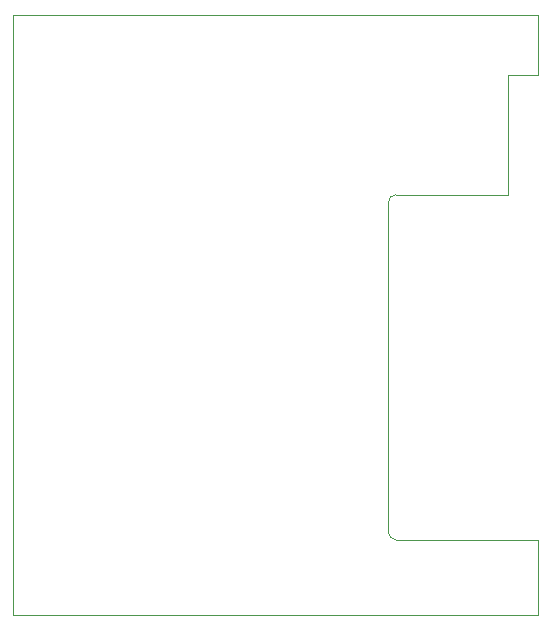
<source format=gbr>
G04 #@! TF.GenerationSoftware,KiCad,Pcbnew,(5.1.4)-1*
G04 #@! TF.CreationDate,2021-05-25T15:00:13+02:00*
G04 #@! TF.ProjectId,BCU_Breadboard_Adapter,4243555f-4272-4656-9164-626f6172645f,V00.01*
G04 #@! TF.SameCoordinates,Original*
G04 #@! TF.FileFunction,Profile,NP*
%FSLAX46Y46*%
G04 Gerber Fmt 4.6, Leading zero omitted, Abs format (unit mm)*
G04 Created by KiCad (PCBNEW (5.1.4)-1) date 2021-05-25 15:00:13*
%MOMM*%
%LPD*%
G04 APERTURE LIST*
%ADD10C,0.050000*%
G04 APERTURE END LIST*
D10*
X163830000Y-80010000D02*
X161290000Y-80010000D01*
X163830000Y-85090000D02*
X163830000Y-80010000D01*
X161290000Y-85090000D02*
X163830000Y-85090000D01*
X161290000Y-95250000D02*
X161290000Y-85090000D01*
X151765000Y-124460000D02*
G75*
G02X151130000Y-123825000I0J635000D01*
G01*
X151130000Y-95885000D02*
G75*
G02X151765000Y-95250000I635000J0D01*
G01*
X119380000Y-130810000D02*
X120015000Y-130810000D01*
X119380000Y-80010000D02*
X119380000Y-130810000D01*
X120015000Y-80010000D02*
X119380000Y-80010000D01*
X120015000Y-130810000D02*
X120650000Y-130810000D01*
X120650000Y-80010000D02*
X120015000Y-80010000D01*
X163830000Y-130810000D02*
X158750000Y-130810000D01*
X163830000Y-124460000D02*
X163830000Y-130810000D01*
X158750000Y-124460000D02*
X163830000Y-124460000D01*
X161290000Y-80010000D02*
X158750000Y-80010000D01*
X151765000Y-95250000D02*
X161290000Y-95250000D01*
X151130000Y-123825000D02*
X151130000Y-95885000D01*
X158750000Y-124460000D02*
X151765000Y-124460000D01*
X120650000Y-130810000D02*
X158750000Y-130810000D01*
X121920000Y-80010000D02*
X120650000Y-80010000D01*
X158750000Y-80010000D02*
X121920000Y-80010000D01*
M02*

</source>
